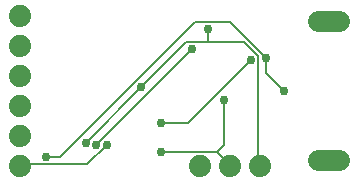
<source format=gbr>
G04 EAGLE Gerber RS-274X export*
G75*
%MOMM*%
%FSLAX34Y34*%
%LPD*%
%INBottom Copper*%
%IPPOS*%
%AMOC8*
5,1,8,0,0,1.08239X$1,22.5*%
G01*
%ADD10C,1.879600*%
%ADD11C,1.778000*%
%ADD12C,0.152400*%
%ADD13C,0.756400*%


D10*
X241300Y241300D03*
X266700Y241300D03*
X292100Y241300D03*
X88900Y368300D03*
X88900Y342900D03*
X88900Y317500D03*
X88900Y292100D03*
X88900Y266700D03*
X88900Y241300D03*
D11*
X341610Y246300D02*
X359390Y246300D01*
X359390Y363300D02*
X341610Y363300D01*
D12*
X234696Y339852D02*
X153924Y259080D01*
D13*
X153924Y259080D03*
X234696Y339852D03*
D12*
X297180Y332232D02*
X297180Y320040D01*
X312420Y304800D01*
X123444Y248412D02*
X111252Y248412D01*
X123444Y248412D02*
X237744Y362712D01*
X266700Y362712D01*
X297180Y332232D01*
D13*
X297180Y332232D03*
X312420Y304800D03*
X111252Y248412D03*
D12*
X208788Y252984D02*
X256032Y252984D01*
X266700Y242316D01*
X266700Y241300D01*
X262128Y259080D02*
X262128Y297180D01*
X262128Y259080D02*
X256032Y252984D01*
D13*
X208788Y252984D03*
X262128Y297180D03*
D12*
X230124Y345948D02*
X192024Y307848D01*
X144780Y260604D01*
X248412Y345948D02*
X278892Y345948D01*
X248412Y345948D02*
X230124Y345948D01*
X278892Y345948D02*
X291084Y333756D01*
X291084Y242316D01*
X292100Y241300D01*
X248412Y345948D02*
X248412Y356616D01*
D13*
X144780Y260604D03*
X192024Y307848D03*
X248412Y356616D03*
D12*
X231648Y277368D02*
X208788Y277368D01*
X231648Y277368D02*
X284988Y330708D01*
D13*
X208788Y277368D03*
X284988Y330708D03*
D12*
X163068Y259080D02*
X146304Y242316D01*
X89916Y242316D01*
X88900Y241300D01*
D13*
X163068Y259080D03*
M02*

</source>
